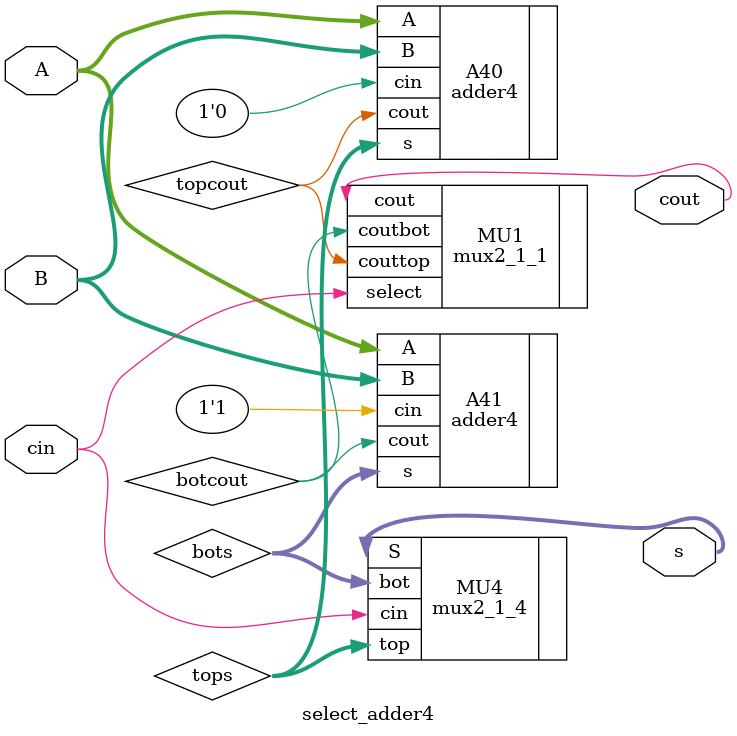
<source format=sv>
module select_adder4 (input [3:0] A, B, input cin, output [3:0] s, output cout);

	logic [3:0] tops;
	logic [3:0] bots;
	logic topcout, botcout;

	adder4 A40(.A(A), .B(B), .cin(1'b0), .s(tops), .cout(topcout));
	adder4 A41(.A(A), .B(B), .cin(1'b1), .s(bots), .cout(botcout));
	
	mux2_1_1 MU1(.couttop(topcout), .coutbot(botcout), .select(cin), .cout(cout));
	mux2_1_4 MU4(.top(tops), .bot(bots), .cin(cin), .S(s));

endmodule 
</source>
